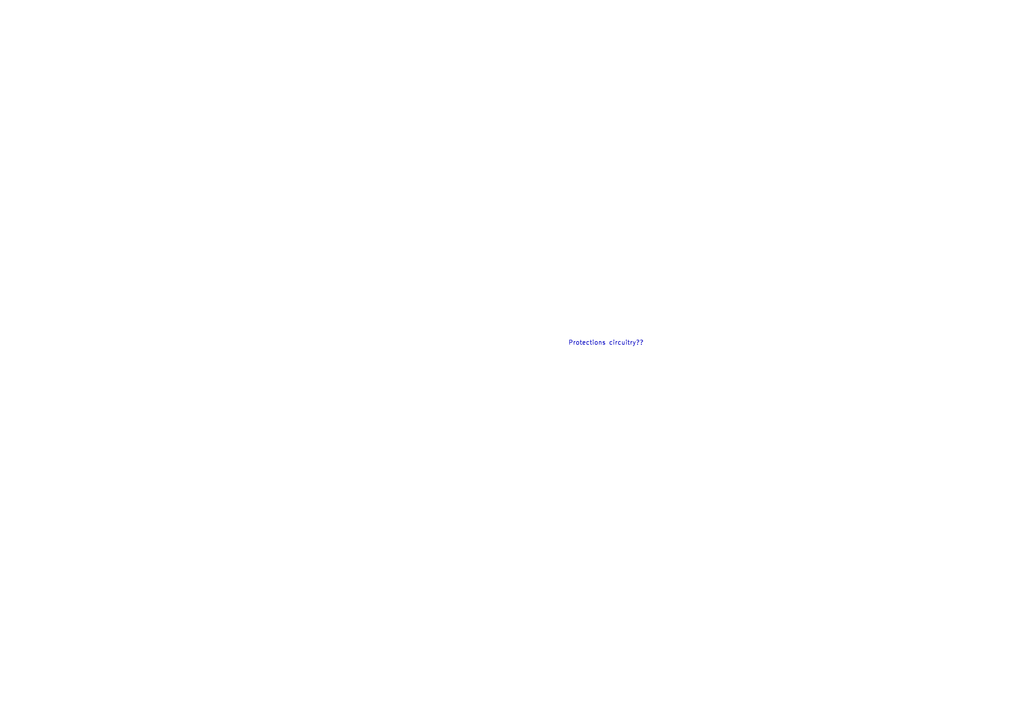
<source format=kicad_sch>
(kicad_sch
	(version 20250114)
	(generator "eeschema")
	(generator_version "9.0")
	(uuid "87a3c3c9-dbea-46f2-b092-a051842204b2")
	(paper "A4")
	(lib_symbols)
	(text "Protections circuitry??"
		(exclude_from_sim no)
		(at 175.768 99.568 0)
		(effects
			(font
				(size 1.27 1.27)
			)
		)
		(uuid "ad1c62c1-876f-4fa9-9df4-a4bfb33a436c")
	)
)

</source>
